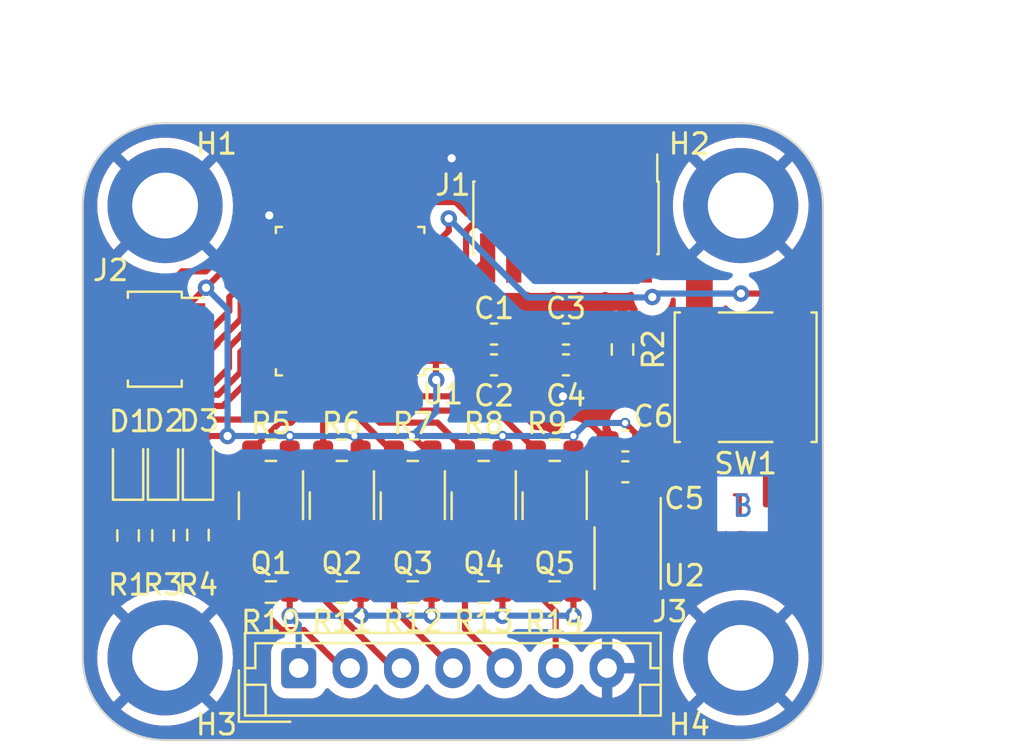
<source format=kicad_pcb>
(kicad_pcb (version 20221018) (generator pcbnew)
  (layers (0 "F.Cu" signal) (31 "B.Cu" signal) (34 "B.Paste" user) (35 "F.Paste" user) (36 "B.SilkS" user "B.Silkscreen") (37 "F.SilkS" user "F.Silkscreen") (38 "B.Mask" user) (39 "F.Mask" user) (44 "Edge.Cuts" user))
  (net 0 "")
  (net 1 "+5V")
  (net 2 "GND")
  (net 3 "+3.3V")
  (net 4 "Net-(D1-K)")
  (net 5 "Player1_LED")
  (net 6 "Net-(D3-K)")
  (net 7 "Status_LED")
  (net 8 "Data_Clock_SNES")
  (net 9 "Data_Latch_SNES")
  (net 10 "Net-(D2-K)")
  (net 11 "Serial_Data1_SNES")
  (net 12 "Serial_Data2_SNES")
  (net 13 "SPI_Chip_Select")
  (net 14 "Chip_Enable")
  (net 15 "SPI_Digital_Input")
  (net 16 "SPI_Clock")
  (net 18 "SPI_Digital_Output")
  (net 19 "IOBit_SNES")
  (net 20 "Data_Clock_STM32")
  (net 21 "Data_Latch_STM32")
  (net 22 "Appairing_Btn")
  (net 23 "Net-(U2-BP)")
  (net 25 "SWDIO")
  (net 26 "SWDCK")
  (net 31 "NRST")
  (net 32 "USART2_RX")
  (net 33 "USART2_TX")
  (net 34 "Serial_Data1_STM32")
  (net 35 "IOBit_STM32")
  (net 36 "Serial_Data2_STM32")
  (footprint "Package_TO_SOT_SMD:SOT-23" (layer "F.Cu") (at 120.95 92.6 -90)
    (fp_text reference "Q5" (at 2.8 0) (layer "F.SilkS"))
    (fp_text value "2N7002")
    (pad "1" smd roundrect (at -0.9375 -0.95 270) (size 1.475 0.6) (layers "F.Cu" "F.Paste" "F.Mask") (net 3 "+3.3V"))
    (pad "2" smd roundrect (at -0.9375 0.95 270) (size 1.475 0.6) (layers "F.Cu" "F.Paste" "F.Mask") (net 35 "IOBit_STM32"))
    (pad "3" smd roundrect (at 0.9375 0 270) (size 1.475 0.6) (layers "F.Cu" "F.Paste" "F.Mask") (net 19 "IOBit_SNES"))
  )
  (footprint "Connector_JST:JST_EH_B7B-EH-A_1x07_P2.50mm_Vertical" (layer "F.Cu") (at 108.5 100.5)
    (fp_text reference "J3" (at 18.05 -2.75) (layer "F.SilkS"))
    (fp_text value "Conn_01x07_Socket")
    (pad "1" thru_hole roundrect (at 0 0) (size 1.7 1.95) (drill 0.95) (layers "*.Cu" "*.Mask") (roundrect_rratio 0.147059) (net 1 "+5V"))
    (pad "2" thru_hole oval (at 2.5 0) (size 1.7 1.95) (drill 0.95) (layers "*.Cu" "*.Mask") (net 8 "Data_Clock_SNES"))
    (pad "3" thru_hole oval (at 5 0) (size 1.7 1.95) (drill 0.95) (layers "*.Cu" "*.Mask") (net 9 "Data_Latch_SNES"))
    (pad "4" thru_hole oval (at 7.5 0) (size 1.7 1.95) (drill 0.95) (layers "*.Cu" "*.Mask") (net 11 "Serial_Data1_SNES"))
    (pad "5" thru_hole oval (at 10 0) (size 1.7 1.95) (drill 0.95) (layers "*.Cu" "*.Mask") (net 12 "Serial_Data2_SNES"))
    (pad "6" thru_hole oval (at 12.5 0) (size 1.7 1.95) (drill 0.95) (layers "*.Cu" "*.Mask") (net 19 "IOBit_SNES"))
    (pad "7" thru_hole oval (at 15 0) (size 1.7 1.95) (drill 0.95) (layers "*.Cu" "*.Mask") (net 2 "GND"))
  )
  (footprint "Capacitor_SMD:C_0603_1608Metric_Pad1.08x0.95mm_HandSolder" (layer "F.Cu") (at 124.3875 89.45 180)
    (fp_text reference "C6" (at -1.3625 1.2 180) (layer "F.SilkS"))
    (fp_text value "2.2u")
    (pad "1" smd roundrect (at -0.8625 0 180) (size 1.075 0.95) (layers "F.Cu" "F.Paste" "F.Mask") (net 3 "+3.3V"))
    (pad "2" smd roundrect (at 0.8625 0 180) (size 1.075 0.95) (layers "F.Cu" "F.Paste" "F.Mask") (net 2 "GND"))
  )
  (footprint "Diode_SMD:D_0603_1608Metric_Pad1.05x0.95mm_HandSolder" (layer "F.Cu") (at 101.9 90.65 90)
    (fp_text reference "D2" (at 2.175 0.05) (layer "F.SilkS"))
    (fp_text value "LED_Small")
    (pad "1" smd roundrect (at -0.875 0 90) (size 1.05 0.95) (layers "F.Cu" "F.Paste" "F.Mask") (net 10 "Net-(D2-K)"))
    (pad "2" smd roundrect (at 0.875 0 90) (size 1.05 0.95) (layers "F.Cu" "F.Paste" "F.Mask") (net 7 "Status_LED"))
  )
  (footprint "MountingHole:MountingHole_3.2mm_M3_DIN965_Pad" (layer "F.Cu") (at 130 78)
    (fp_text reference "H2" (at -2.5 -3) (layer "F.SilkS"))
    (fp_text value "MountingHole_Pad")
    (pad "1" thru_hole circle (at 0 0) (size 5.6 5.6) (drill 3.2) (layers "*.Cu" "*.Mask") (net 2 "GND"))
  )
  (footprint "Resistor_SMD:R_0603_1608Metric_Pad0.98x0.95mm_HandSolder" (layer "F.Cu") (at 101.9 94.05 -90)
    (fp_text reference "R3" (at 2.4 0) (layer "F.SilkS"))
    (fp_text value "1k")
    (pad "1" smd roundrect (at -0.9125 0 270) (size 0.975 0.95) (layers "F.Cu" "F.Paste" "F.Mask") (net 10 "Net-(D2-K)"))
    (pad "2" smd roundrect (at 0.9125 0 270) (size 0.975 0.95) (layers "F.Cu" "F.Paste" "F.Mask") (net 2 "GND"))
  )
  (footprint "Resistor_SMD:R_0603_1608Metric_Pad0.98x0.95mm_HandSolder" (layer "F.Cu") (at 120.95 96.8 180)
    (fp_text reference "R14" (at 0 -1.43) (layer "F.SilkS"))
    (fp_text value "10k")
    (pad "1" smd roundrect (at -0.9125 0 180) (size 0.975 0.95) (layers "F.Cu" "F.Paste" "F.Mask") (net 1 "+5V"))
    (pad "2" smd roundrect (at 0.9125 0 180) (size 0.975 0.95) (layers "F.Cu" "F.Paste" "F.Mask") (net 19 "IOBit_SNES"))
  )
  (footprint "Capacitor_SMD:C_0603_1608Metric_Pad1.08x0.95mm_HandSolder" (layer "F.Cu") (at 118 85.75)
    (fp_text reference "C2" (at 0 1.5) (layer "F.SilkS"))
    (fp_text value "100n")
    (pad "1" smd roundrect (at -0.8625 0) (size 1.075 0.95) (layers "F.Cu" "F.Paste" "F.Mask") (net 3 "+3.3V"))
    (pad "2" smd roundrect (at 0.8625 0) (size 1.075 0.95) (layers "F.Cu" "F.Paste" "F.Mask") (net 2 "GND"))
  )
  (footprint "Package_TO_SOT_SMD:SOT-23" (layer "F.Cu") (at 107.15 92.6 -90)
    (fp_text reference "Q1" (at 2.8 0) (layer "F.SilkS"))
    (fp_text value "2N7002")
    (pad "1" smd roundrect (at -0.9375 -0.95 270) (size 1.475 0.6) (layers "F.Cu" "F.Paste" "F.Mask") (net 3 "+3.3V"))
    (pad "2" smd roundrect (at -0.9375 0.95 270) (size 1.475 0.6) (layers "F.Cu" "F.Paste" "F.Mask") (net 20 "Data_Clock_STM32"))
    (pad "3" smd roundrect (at 0.9375 0 270) (size 1.475 0.6) (layers "F.Cu" "F.Paste" "F.Mask") (net 8 "Data_Clock_SNES"))
  )
  (footprint "Diode_SMD:D_0603_1608Metric_Pad1.05x0.95mm_HandSolder" (layer "F.Cu") (at 100.2 90.65 90)
    (fp_text reference "D1" (at 2.15 0.05) (layer "F.SilkS"))
    (fp_text value "LED_Small")
    (pad "1" smd roundrect (at -0.875 0 90) (size 1.05 0.95) (layers "F.Cu" "F.Paste" "F.Mask") (net 4 "Net-(D1-K)"))
    (pad "2" smd roundrect (at 0.875 0 90) (size 1.05 0.95) (layers "F.Cu" "F.Paste" "F.Mask") (net 5 "Player1_LED"))
  )
  (footprint "Resistor_SMD:R_0603_1608Metric_Pad0.98x0.95mm_HandSolder" (layer "F.Cu") (at 110.6 89.9 180)
    (fp_text reference "R6" (at 0 1.3) (layer "F.SilkS"))
    (fp_text value "10k")
    (pad "1" smd roundrect (at -0.9125 0 180) (size 0.975 0.95) (layers "F.Cu" "F.Paste" "F.Mask") (net 3 "+3.3V"))
    (pad "2" smd roundrect (at 0.9125 0 180) (size 0.975 0.95) (layers "F.Cu" "F.Paste" "F.Mask") (net 21 "Data_Latch_STM32"))
  )
  (footprint "Resistor_SMD:R_0603_1608Metric_Pad0.98x0.95mm_HandSolder" (layer "F.Cu") (at 107.15 89.9 180)
    (fp_text reference "R5" (at 0 1.3) (layer "F.SilkS"))
    (fp_text value "10k")
    (pad "1" smd roundrect (at -0.9125 0 180) (size 0.975 0.95) (layers "F.Cu" "F.Paste" "F.Mask") (net 3 "+3.3V"))
    (pad "2" smd roundrect (at 0.9125 0 180) (size 0.975 0.95) (layers "F.Cu" "F.Paste" "F.Mask") (net 20 "Data_Clock_STM32"))
  )
  (footprint "MountingHole:MountingHole_3.2mm_M3_DIN965_Pad" (layer "F.Cu") (at 130 100)
    (fp_text reference "H4" (at -2.5 3.25) (layer "F.SilkS"))
    (fp_text value "MountingHole_Pad")
    (pad "1" thru_hole circle (at 0 0) (size 5.6 5.6) (drill 3.2) (layers "*.Cu" "*.Mask") (net 2 "GND"))
  )
  (footprint "Capacitor_SMD:C_0603_1608Metric_Pad1.08x0.95mm_HandSolder" (layer "F.Cu") (at 124.3875 90.95)
    (fp_text reference "C5" (at 2.8625 1.3) (layer "F.SilkS"))
    (fp_text value "470p")
    (pad "1" smd roundrect (at -0.8625 0) (size 1.075 0.95) (layers "F.Cu" "F.Paste" "F.Mask") (net 23 "Net-(U2-BP)"))
    (pad "2" smd roundrect (at 0.8625 0) (size 1.075 0.95) (layers "F.Cu" "F.Paste" "F.Mask") (net 2 "GND"))
  )
  (footprint "Package_SO:MSOP-8_3x3mm_P0.65mm" (layer "F.Cu") (at 124.5 95.15 -90)
    (fp_text reference "U2" (at 0.85 -2.75 180) (layer "F.SilkS"))
    (fp_text value "MIC5219-3.3YMM")
    (pad "1" smd roundrect (at -2.1125 -0.975 270) (size 1.625 0.4) (layers "F.Cu" "F.Paste" "F.Mask"))
    (pad "2" smd roundrect (at -2.1125 -0.325 270) (size 1.625 0.4) (layers "F.Cu" "F.Paste" "F.Mask") (net 1 "+5V"))
    (pad "3" smd roundrect (at -2.1125 0.325 270) (size 1.625 0.4) (layers "F.Cu" "F.Paste" "F.Mask") (net 3 "+3.3V"))
    (pad "4" smd roundrect (at -2.1125 0.975 270) (size 1.625 0.4) (layers "F.Cu" "F.Paste" "F.Mask") (net 23 "Net-(U2-BP)"))
    (pad "5" smd roundrect (at 2.1125 0.975 270) (size 1.625 0.4) (layers "F.Cu" "F.Paste" "F.Mask") (net 2 "GND"))
    (pad "6" smd roundrect (at 2.1125 0.325 270) (size 1.625 0.4) (layers "F.Cu" "F.Paste" "F.Mask") (net 2 "GND"))
    (pad "7" smd roundrect (at 2.1125 -0.325 270) (size 1.625 0.4) (layers "F.Cu" "F.Paste" "F.Mask") (net 2 "GND"))
    (pad "8" smd roundrect (at 2.1125 -0.975 270) (size 1.625 0.4) (layers "F.Cu" "F.Paste" "F.Mask") (net 2 "GND"))
  )
  (footprint "Resistor_SMD:R_0603_1608Metric_Pad0.98x0.95mm_HandSolder" (layer "F.Cu") (at 103.6 94.025 -90)
    (fp_text reference "R4" (at 2.425 0) (layer "F.SilkS"))
    (fp_text value "1k")
    (pad "1" smd roundrect (at -0.9125 0 270) (size 0.975 0.95) (layers "F.Cu" "F.Paste" "F.Mask") (net 6 "Net-(D3-K)"))
    (pad "2" smd roundrect (at 0.9125 0 270) (size 0.975 0.95) (layers "F.Cu" "F.Paste" "F.Mask") (net 2 "GND"))
  )
  (footprint "Package_QFP:LQFP-32_7x7mm_P0.8mm" (layer "F.Cu") (at 111 82.65 180)
    (fp_text reference "U1" (at -4.5 -4.5) (layer "F.SilkS"))
    (fp_text value "STM32L412KBTx")
    (pad "1" smd roundrect (at -4.175 -2.8 180) (size 1.5 0.5) (layers "F.Cu" "F.Paste" "F.Mask") (net 3 "+3.3V"))
    (pad "2" smd roundrect (at -4.175 -2 180) (size 1.5 0.5) (layers "F.Cu" "F.Paste" "F.Mask"))
    (pad "3" smd roundrect (at -4.175 -1.2 180) (size 1.5 0.5) (layers "F.Cu" "F.Paste" "F.Mask"))
    (pad "4" smd roundrect (at -4.175 -0.4 180) (size 1.5 0.5) (layers "F.Cu" "F.Paste" "F.Mask") (net 31 "NRST"))
    (pad "5" smd roundrect (at -4.175 0.4 180) (size 1.5 0.5) (layers "F.Cu" "F.Paste" "F.Mask") (net 3 "+3.3V"))
    (pad "6" smd roundrect (at -4.175 1.2 180) (size 1.5 0.5) (layers "F.Cu" "F.Paste" "F.Mask") (net 33 "USART2_TX"))
    (pad "7" smd roundrect (at -4.175 2 180) (size 1.5 0.5) (layers "F.Cu" "F.Paste" "F.Mask") (net 32 "USART2_RX"))
    (pad "8" smd roundrect (at -4.175 2.8 180) (size 1.5 0.5) (layers "F.Cu" "F.Paste" "F.Mask") (net 22 "Appairing_Btn"))
    (pad "9" smd roundrect (at -2.8 4.175 180) (size 0.5 1.5) (layers "F.Cu" "F.Paste" "F.Mask") (net 25 "SWDIO"))
    (pad "10" smd roundrect (at -2 4.175 180) (size 0.5 1.5) (layers "F.Cu" "F.Paste" "F.Mask") (net 26 "SWDCK"))
    (pad "11" smd roundrect (at -1.2 4.175 180) (size 0.5 1.5) (layers "F.Cu" "F.Paste" "F.Mask"))
    (pad "12" smd roundrect (at -0.4 4.175 180) (size 0.5 1.5) (layers "F.Cu" "F.Paste" "F.Mask"))
    (pad "13" smd roundrect (at 0.4 4.175 180) (size 0.5 1.5) (layers "F.Cu" "F.Paste" "F.Mask"))
    (pad "14" smd roundrect (at 1.2 4.175 180) (size 0.5 1.5) (layers "F.Cu" "F.Paste" "F.Mask"))
    (pad "15" smd roundrect (at 2 4.175 180) (size 0.5 1.5) (layers "F.Cu" "F.Paste" "F.Mask") (net 14 "Chip_Enable"))
    (pad "16" smd roundrect (at 2.8 4.175 180) (size 0.5 1.5) (layers "F.Cu" "F.Paste" "F.Mask") (net 2 "GND"))
    (pad "17" smd roundrect (at 4.175 2.8 180) (size 1.5 0.5) (layers "F.Cu" "F.Paste" "F.Mask") (net 3 "+3.3V"))
    (pad "18" smd roundrect (at 4.175 2 180) (size 1.5 0.5) (layers "F.Cu" "F.Paste" "F.Mask"))
    (pad "19" smd roundrect (at 4.175 1.2 180) (size 1.5 0.5) (layers "F.Cu" "F.Paste" "F.Mask") (net 13 "SPI_Chip_Select"))
    (pad "20" smd roundrect (at 4.175 0.4 180) (size 1.5 0.5) (layers "F.Cu" "F.Paste" "F.Mask") (net 15 "SPI_Digital_Input"))
    (pad "21" smd roundrect (at 4.175 -0.4 180) (size 1.5 0.5) (layers "F.Cu" "F.Paste" "F.Mask"))
    (pad "22" smd roundrect (at 4.175 -1.2 180) (size 1.5 0.5) (layers "F.Cu" "F.Paste" "F.Mask") (net 16 "SPI_Clock"))
    (pad "23" smd roundrect (at 4.175 -2 180) (size 1.5 0.5) (layers "F.Cu" "F.Paste" "F.Mask") (net 18 "SPI_Digital_Output"))
    (pad "24" smd roundrect (at 4.175 -2.8 180) (size 1.5 0.5) (layers "F.Cu" "F.Paste" "F.Mask") (net 5 "Player1_LED"))
    (pad "25" smd roundrect (at 2.8 -4.175 180) (size 0.5 1.5) (layers "F.Cu" "F.Paste" "F.Mask") (net 7 "Status_LED"))
    (pad "26" smd roundrect (at 2 -4.175 180) (size 0.5 1.5) (layers "F.Cu" "F.Paste" "F.Mask") (net 20 "Data_Clock_STM32"))
    (pad "27" smd roundrect (at 1.2 -4.175 180) (size 0.5 1.5) (layers "F.Cu" "F.Paste" "F.Mask") (net 21 "Data_Latch_STM32"))
    (pad "28" smd roundrect (at 0.4 -4.175 180) (size 0.5 1.5) (layers "F.Cu" "F.Paste" "F.Mask") (net 34 "Serial_Data1_STM32"))
    (pad "29" smd roundrect (at -0.4 -4.175 180) (size 0.5 1.5) (layers "F.Cu" "F.Paste" "F.Mask") (net 36 "Serial_Data2_STM32"))
    (pad "30" smd roundrect (at -1.2 -4.175 180) (size 0.5 1.5) (layers "F.Cu" "F.Paste" "F.Mask") (net 35 "IOBit_STM32"))
    (pad "31" smd roundrect (at -2 -4.175 180) (size 0.5 1.5) (layers "F.Cu" "F.Paste" "F.Mask"))
    (pad "32" smd roundrect (at -2.8 -4.175 180) (size 0.5 1.5) (layers "F.Cu" "F.Paste" "F.Mask") (net 2 "GND"))
  )
  (footprint "MountingHole:MountingHole_3.2mm_M3_DIN965_Pad" (layer "F.Cu") (at 102 78)
    (fp_text reference "H1" (at 2.5 -3) (layer "F.SilkS"))
    (fp_text value "MountingHole_Pad")
    (pad "1" thru_hole circle (at 0 0) (size 5.6 5.6) (drill 3.2) (layers "*.Cu" "*.Mask") (net 2 "GND"))
  )
  (footprint "Connector_PinSocket_1.00mm:PinSocket_2x04_P1.00mm_Vertical_SMD" (layer "F.Cu") (at 101.5 84.5)
    (fp_text reference "J2" (at -2.15 -3.35) (layer "F.SilkS"))
    (fp_text value "Conn_01x08_Socket")
    (pad "1" smd rect (at 1.525 -1.5) (size 1.85 0.5) (layers "F.Cu" "F.Paste" "F.Mask") (net 3 "+3.3V"))
    (pad "2" smd rect (at -1.525 -1.5) (size 1.85 0.5) (layers "F.Cu" "F.Paste" "F.Mask") (net 2 "GND"))
    (pad "3" smd rect (at 1.525 -0.5) (size 1.85 0.5) (layers "F.Cu" "F.Paste" "F.Mask") (net 13 "SPI_Chip_Select"))
    (pad "4" smd rect (at -1.525 -0.5) (size 1.85 0.5) (layers "F.Cu" "F.Paste" "F.Mask") (net 14 "Chip_Enable"))
    (pad "5" smd rect (at 1.525 0.5) (size 1.85 0.5) (layers "F.Cu" "F.Paste" "F.Mask") (net 15 "SPI_Digital_Input"))
    (pad "6" smd rect (at -1.525 0.5) (size 1.85 0.5) (layers "F.Cu" "F.Paste" "F.Mask") (net 16 "SPI_Clock"))
    (pad "7" smd rect (at 1.525 1.5) (size 1.85 0.5) (layers "F.Cu" "F.Paste" "F.Mask"))
    (pad "8" smd rect (at -1.525 1.5) (size 1.85 0.5) (layers "F.Cu" "F.Paste" "F.Mask") (net 18 "SPI_Digital_Output"))
  )
  (footprint "Resistor_SMD:R_0603_1608Metric_Pad0.98x0.95mm_HandSolder" (layer "F.Cu") (at 107.15 96.8 180)
    (fp_text reference "R10" (at 0 -1.43) (layer "F.SilkS"))
    (fp_text value "10k")
    (pad "1" smd roundrect (at -0.9125 0 180) (size 0.975 0.95) (layers "F.Cu" "F.Paste" "F.Mask") (net 1 "+5V"))
    (pad "2" smd roundrect (at 0.9125 0 180) (size 0.975 0.95) (layers "F.Cu" "F.Paste" "F.Mask") (net 8 "Data_Clock_SNES"))
  )
  (footprint "Resistor_SMD:R_0603_1608Metric_Pad0.98x0.95mm_HandSolder" (layer "F.Cu") (at 120.95 89.9 180)
    (fp_text reference "R9" (at 0.375 1.3) (layer "F.SilkS"))
    (fp_text value "10k")
    (pad "1" smd roundrect (at -0.9125 0 180) (size 0.975 0.95) (layers "F.Cu" "F.Paste" "F.Mask") (net 3 "+3.3V"))
    (pad "2" smd roundrect (at 0.9125 0 180) (size 0.975 0.95) (layers "F.Cu" "F.Paste" "F.Mask") (net 35 "IOBit_STM32"))
  )
  (footprint "MountingHole:MountingHole_3.2mm_M3_DIN965_Pad" (layer "F.Cu") (at 102 100)
    (fp_text reference "H3" (at 2.5 3.25) (layer "F.SilkS"))
    (fp_text value "MountingHole_Pad")
    (pad "1" thru_hole circle (at 0 0) (size 5.6 5.6) (drill 3.2) (layers "*.Cu" "*.Mask") (net 2 "GND"))
  )
  (footprint "Capacitor_SMD:C_0603_1608Metric_Pad1.08x0.95mm_HandSolder" (layer "F.Cu") (at 121.5 84.25)
    (fp_text reference "C3" (at 0 -1.25 180) (layer "F.SilkS"))
    (fp_text value "100n")
    (pad "1" smd roundrect (at -0.8625 0) (size 1.075 0.95) (layers "F.Cu" "F.Paste" "F.Mask") (net 3 "+3.3V"))
    (pad "2" smd roundrect (at 0.8625 0) (size 1.075 0.95) (layers "F.Cu" "F.Paste" "F.Mask") (net 2 "GND"))
  )
  (footprint "Diode_SMD:D_0603_1608Metric_Pad1.05x0.95mm_HandSolder" (layer "F.Cu") (at 103.6 90.65 90)
    (fp_text reference "D3" (at 2.175 0.05) (layer "F.SilkS"))
    (fp_text value "LED")
    (pad "1" smd roundrect (at -0.875 0 90) (size 1.05 0.95) (layers "F.Cu" "F.Paste" "F.Mask") (net 6 "Net-(D3-K)"))
    (pad "2" smd roundrect (at 0.875 0 90) (size 1.05 0.95) (layers "F.Cu" "F.Paste" "F.Mask") (net 3 "+3.3V"))
  )
  (footprint "Resistor_SMD:R_0603_1608Metric_Pad0.98x0.95mm_HandSolder" (layer "F.Cu") (at 114.05 89.9 180)
    (fp_text reference "R7" (at 0 1.3) (layer "F.SilkS"))
    (fp_text value "10k")
    (pad "1" smd roundrect (at -0.9125 0 180) (size 0.975 0.95) (layers "F.Cu" "F.Paste" "F.Mask") (net 3 "+3.3V"))
    (pad "2" smd roundrect (at 0.9125 0 180) (size 0.975 0.95) (layers "F.Cu" "F.Paste" "F.Mask") (net 34 "Serial_Data1_STM32"))
  )
  (footprint "Package_TO_SOT_SMD:SOT-23" (layer "F.Cu") (at 110.6 92.6 -90)
    (fp_text reference "Q2" (at 2.8 0) (layer "F.SilkS"))
    (fp_text value "2N7002")
    (pad "1" smd roundrect (at -0.9375 -0.95 270) (size 1.475 0.6) (layers "F.Cu" "F.Paste" "F.Mask") (net 3 "+3.3V"))
    (pad "2" smd roundrect (at -0.9375 0.95 270) (size 1.475 0.6) (layers "F.Cu" "F.Paste" "F.Mask") (net 21 "Data_Latch_STM32"))
    (pad "3" smd roundrect (at 0.9375 0 270) (size 1.475 0.6) (layers "F.Cu" "F.Paste" "F.Mask") (net 9 "Data_Latch_SNES"))
  )
  (footprint "Resistor_SMD:R_0603_1608Metric_Pad0.98x0.95mm_HandSolder" (layer "F.Cu") (at 114.05 96.8 180)
    (fp_text reference "R12" (at 0 -1.43) (layer "F.SilkS"))
    (fp_text value "10k")
    (pad "1" smd roundrect (at -0.9125 0 180) (size 0.975 0.95) (layers "F.Cu" "F.Paste" "F.Mask") (net 1 "+5V"))
    (pad "2" smd roundrect (at 0.9125 0 180) (size 0.975 0.95) (layers "F.Cu" "F.Paste" "F.Mask") (net 11 "Serial_Data1_SNES"))
  )
  (footprint "Resistor_SMD:R_0603_1608Metric_Pad0.98x0.95mm_HandSolder" (layer "F.Cu") (at 100.2 94.05 -90)
    (fp_text reference "R1" (at 2.4 0) (layer "F.SilkS"))
    (fp_text value "1k")
    (pad "1" smd roundrect (at -0.9125 0 270) (size 0.975 0.95) (layers "F.Cu" "F.Paste" "F.Mask") (net 4 "Net-(D1-K)"))
    (pad "2" smd roundrect (at 0.9125 0 270) (size 0.975 0.95) (layers "F.Cu" "F.Paste" "F.Mask") (net 2 "GND"))
  )
  (footprint "Capacitor_SMD:C_0603_1608Metric_Pad1.08x0.95mm_HandSolder" (layer "F.Cu") (at 121.5 85.75)
    (fp_text reference "C4" (at 0 1.5 180) (layer "F.SilkS"))
    (fp_text value "100n")
    (pad "1" smd roundrect (at -0.8625 0) (size 1.075 0.95) (layers "F.Cu" "F.Paste" "F.Mask") (net 3 "+3.3V"))
    (pad "2" smd roundrect (at 0.8625 0) (size 1.075 0.95) (layers "F.Cu" "F.Paste" "F.Mask") (net 2 "GND"))
  )
  (footprint "Button_Switch_SMD:SW_SPST_B3S-1000" (layer "F.Cu") (at 130.24 86.35 -90)
    (fp_text reference "SW1" (at 4.2 0) (layer "F.SilkS"))
    (fp_text value "SW_SPST")
    (pad "1" smd rect (at -3.975 -2.25 270) (size 1.55 1.3) (layers "F.Cu" "F.Paste" "F.Mask") (net 22 "Appairing_Btn"))
    (pad "1" smd rect (at 3.975 -2.25 270) (size 1.55 1.3) (layers "F.Cu" "F.Paste" "F.Mask") (net 22 "Appairing_Btn"))
    (pad "2" smd rect (at -3.975 2.25 270) (size 1.55 1.3) (layers "F.Cu" "F.Paste" "F.Mask") (net 3 "+3.3V"))
    (pad "2" smd rect (at 3.975 2.25 270) (size 1.55 1.3) (layers "F.Cu" "F.Paste" "F.Mask") (net 3 "+3.3V"))
  )
  (footprint "Package_TO_SOT_SMD:SOT-23" (layer "F.Cu") (at 117.5 92.6 -90)
    (fp_text reference "Q4" (at 2.8 0) (layer "F.SilkS"))
    (fp_text value "2N7002")
    (pad "1" smd roundrect (at -0.9375 -0.95 270) (size 1.475 0.6) (layers "F.Cu" "F.Paste" "F.Mask") (net 3 "+3.3V"))
    (pad "2" smd roundrect (at -0.9375 0.95 270) (size 1.475 0.6) (layers "F.Cu" "F.Paste" "F.Mask") (net 36 "Serial_Data2_STM32"))
    (pad "3" smd roundrect (at 0.9375 0 270) (size 1.475 0.6) (layers "F.Cu" "F.Paste" "F.Mask") (net 12 "Serial_Data2_SNES"))
  )
  (footprint "Resistor_SMD:R_0603_1608Metric_Pad0.98x0.95mm_HandSolder" (layer "F.Cu") (at 117.5 89.9 180)
    (fp_text reference "R8" (at 0 1.3) (layer "F.SilkS"))
    (fp_text value "10k")
    (pad "1" smd roundrect (at -0.9125 0 180) (size 0.975 0.95) (layers "F.Cu" "F.Paste" "F.Mask") (net 3 "+3.3V"))
    (pad "2" smd roundrect (at 0.9125 0 180) (size 0.975 0.95) (layers "F.Cu" "F.Paste" "F.Mask") (net 36 "Serial_Data2_STM32"))
  )
  (footprint "Resistor_SMD:R_0603_1608Metric_Pad0.98x0.95mm_HandSolder" (layer "F.Cu") (at 117.5 96.8 180)
    (fp_text reference "R13" (at 0 -1.43) (layer "F.SilkS"))
    (fp_text value "10k")
    (pad "1" smd roundrect (at -0.9125 0 180) (size 0.975 0.95) (layers "F.Cu" "F.Paste" "F.Mask") (net 1 "+5V"))
    (pad "2" smd roundrect (at 0.9125 0 180) (size 0.975 0.95) (layers "F.Cu" "F.Paste" "F.Mask") (net 12 "Serial_Data2_SNES"))
  )
  (footprint "Resistor_SMD:R_0603_1608Metric_Pad0.98x0.95mm_HandSolder" (layer "F.Cu") (at 110.6 96.8 180)
    (fp_text reference "R11" (at 0 -1.43) (layer "F.SilkS"))
    (fp_text value "10k")
    (pad "1" smd roundrect (at -0.9125 0 180) (size 0.975 0.95) (layers "F.Cu" "F.Paste" "F.Mask") (net 1 "+5V"))
    (pad "2" smd roundrect (at 0.9125 0 180) (size 0.975 0.95) (layers "F.Cu" "F.Paste" "F.Mask") (net 9 "Data_Latch_SNES"))
  )
  (footprint "Capacitor_SMD:C_0603_1608Metric_Pad1.08x0.95mm_HandSolder" (layer "F.Cu") (at 118 84.25 180)
    (fp_text reference "C1" (at 0 1.25 180) (layer "F.SilkS"))
    (fp_text value "100n")
    (pad "1" smd roundrect (at -0.8625 0 180) (size 1.075 0.95) (layers "F.Cu" "F.Paste" "F.Mask") (net 2 "GND"))
    (pad "2" smd roundrect (at 0.8625 0 180) (size 1.075 0.95) (layers "F.Cu" "F.Paste" "F.Mask") (net 31 "NRST"))
  )
  (footprint "Package_TO_SOT_SMD:SOT-23" (layer "F.Cu") (at 114.05 92.6 -90)
    (fp_text reference "Q3" (at 2.8 0) (layer "F.SilkS"))
    (fp_text value "2N7002")
    (pad "1" smd roundrect (at -0.9375 -0.95 270) (size 1.475 0.6) (layers "F.Cu" "F.Paste" "F.Mask") (net 3 "+3.3V"))
    (pad "2" smd roundrect (at -0.9375 0.95 270) (size 1.475 0.6) (layers "F.Cu" "F.Paste" "F.Mask") (net 34 "Serial_Data1_STM32"))
    (pad "3" smd roundrect (at 0.9375 0 270) (size 1.475 0.6) (layers "F.Cu" "F.Paste" "F.Mask") (net 11 "Serial_Data1_SNES"))
  )
  (footprint "Connector_PinHeader_1.27mm:PinHeader_2x07_P1.27mm_Vertical_SMD" (layer "F.Cu") (at 121.5 78.6 -90)
    (fp_text reference "J1" (at -1.6 5.5 -180) (layer "F.SilkS"))
    (fp_text value "Conn_02x07_Odd_Even")
    (pad "1" smd rect (at -1.95 -3.81 270) (size 2.4 0.74) (layers "F.Cu" "F.Paste" "F.Mask"))
    (pad "2" smd rect (at 1.95 -3.81 270) (size 2.4 0.74) (layers "F.Cu" "F.Paste" "F.Mask"))
    (pad "3" smd rect (at -1.95 -2.54 270) (size 2.4 0.74) (layers "F.Cu" "F.Paste" "F.Mask") (net 3 "+3.3V"))
    (pad "4" smd rect (at 1.95 -2.54 270) (size 2.4 0.74) (layers "F.Cu" "F.Paste" "F.Mask"))
    (pad "5" smd rect (at -1.95 -1.27 270) (size 2.4 0.74) (layers "F.Cu" "F.Paste" "F.Mask") (net 2 "GND"))
    (pad "6" smd rect (at 1.95 -1.27 270) (size 2.4 0.74) (layers "F.Cu" "F.Paste" "F.Mask"))
    (pad "7" smd rect (at -1.95 0 270) (size 2.4 0.74) (layers "F.Cu" "F.Paste" "F.Mask") (net 2 "GND"))
    (pad "8" smd rect (at 1.95 0 270) (size 2.4 0.74) (layers "F.Cu" "F.Paste" "F.Mask"))
    (pad "9" smd rect (at -1.95 1.27 270) (size 2.4 0.74) (layers "F.Cu" "F.Paste" "F.Mask") (net 25 "SWDIO"))
    (pad "10" smd rect (at 1.95 1.27 270) (size 2.4 0.74) (layers "F.Cu" "F.Paste" "F.Mask") (net 31 "NRST"))
    (pad "11" smd rect (at -1.95 2.54 270) (size 2.4 0.74) (layers "F.Cu" "F.Paste" "F.Mask") (net 2 "GND"))
    (pad "12" smd rect (at 1.95 2.54 270) (size 2.4 0.74) (layers "F.Cu" "F.Paste" "F.Mask") (net 32 "USART2_RX"))
    (pad "13" smd rect (at -1.95 3.81 270) (size 2.4 0.74) (layers "F.Cu" "F.Paste" "F.Mask") (net 26 "SWDCK"))
    (pad "14" smd rect (at 1.95 3.81 270) (size 2.4 0.74) (layers "F.Cu" "F.Paste" "F.Mask") (net 33 "USART2_TX"))
  )
  (footprint "Resistor_SMD:R_0603_1608Metric_Pad0.98x0.95mm_HandSolder" (layer "F.Cu") (at 124.25 85 90)
    (fp_text reference "R2" (at 0 1.5 90) (layer "F.SilkS"))
    (fp_text value "10k")
    (pad "1" smd roundrect (at -0.9125 0 90) (size 0.975 0.95) (layers "F.Cu" "F.Paste" "F.Mask") (net 22 "Appairing_Btn"))
    (pad "2" smd roundrect (at 0.9125 0 90) (size 0.975 0.95) (layers "F.Cu" "F.Paste" "F.Mask") (net 2 "GND"))
  )
  (gr_line (start 134 78) (end 134 100) (stroke (width 0.1)) (layer "Edge.Cuts"))
  (gr_arc (start 102 104) (mid 99.171573 102.828427) (end 98 100) (stroke (width 0.1)) (layer "Edge.Cuts"))
  (gr_line (start 98 100) (end 98 78) (stroke (width 0.1)) (layer "Edge.Cuts"))
  (gr_arc (start 134 100) (mid 132.828427 102.828427) (end 130 104) (stroke (width 0.1)) (layer "Edge.Cuts"))
  (gr_arc (start 130 74) (mid 132.828427 75.171573) (end 134 78) (stroke (width 0.1)) (layer "Edge.Cuts"))
  (gr_arc (start 98 78) (mid 99.171573 75.171573) (end 102 74) (stroke (width 0.1)) (layer "Edge.Cuts"))
  (gr_line (start 130 104) (end 102 104) (stroke (width 0.1)) (layer "Edge.Cuts"))
  (gr_line (start 102 74) (end 130 74) (stroke (width 0.1)) (layer "Edge.Cuts"))
  (gr_text "Plug_Ex" (at 127 94.7) (layer "F.Cu") (effects (font (size 1 1)) (justify left bottom)))
  (gr_text "T" (at 129.5 93.2) (layer "F.Cu") (effects (font (size 1 1)) (justify left bottom)))
  (gr_text "B" (at 129.5 93.2) (layer "B.Cu") (effects (font (size 1 1)) (justify left bottom)))
  (segment (start 111.5125 96.8) (end 111.5125 97.95) (width 0.3) (layer "F.Cu") (net 1))
  (segment (start 118.4125 96.8) (end 118.4125 97.95) (width 0.3) (layer "F.Cu") (net 1))
  (segment (start 124.825 93.907107) (end 121.932107 96.8) (width 0.3) (layer "F.Cu") (net 1))
  (segment (start 114.9625 96.8) (end 114.9625 97.95) (width 0.3) (layer "F.Cu") (net 1))
  (segment (start 124.825 93.0375) (end 124.825 93.907107) (width 0.3) (layer "F.Cu") (net 1))
  (segment (start 121.932107 96.8) (end 121.8625 96.8) (width 0.3) (layer "F.Cu") (net 1))
  (segment (start 108.0625 96.8) (end 108.0625 97.95) (width 0.3) (layer "F.Cu") (net 1))
  (segment (start 121.8625 96.8) (end 121.8625 97.95) (width 0.3) (layer "F.Cu") (net 1))
  (via (at 114.9625 97.95) (size 0.8) (drill 0.4) (layers "F.Cu" "B.Cu") (net 1))
  (via (at 118.4125 97.95) (size 0.8) (drill 0.4) (layers "F.Cu" "B.Cu") (net 1))
  (via (at 121.8625 97.95) (size 0.8) (drill 0.4) (layers "F.Cu" "B.Cu") (net 1))
  (via (at 111.5125 97.95) (size 0.8) (drill 0.4) (layers "F.Cu" "B.Cu") (net 1))
  (via (at 108.0625 97.95) (size 0.8) (drill 0.4) (layers "F.Cu" "B.Cu") (net 1))
  (segment (start 108.0625 97.95) (end 109.24 97.95) (width 0.3) (layer "B.Cu") (net 1))
  (segment (start 108.5 98.3875) (end 108.0625 97.95) (width 0.3) (layer "B.Cu") (net 1))
  (segment (start 109.24 97.95) (end 111.5125 97.95) (width 0.3) (layer "B.Cu") (net 1))
  (segment (start 108.5 100.5) (end 108.5 98.3875) (width 0.3) (layer "B.Cu") (net 1))
  (segment (start 111.5125 97.95) (end 114.9625 97.95) (width 0.3) (layer "B.Cu") (net 1))
  (segment (start 114.9625 97.95) (end 118.4125 97.95) (width 0.3) (layer "B.Cu") (net 1))
  (segment (start 118.4125 97.95) (end 121.8625 97.95) (width 0.3) (layer "B.Cu") (net 1))
  (segment (start 118.46 75.05) (end 118.96 75.55) (width 0.3) (layer "F.Cu") (net 2))
  (segment (start 108.2 78.475) (end 107.075 78.475) (width 0.3) (layer "F.Cu") (net 2))
  (segment (start 118.96 75.55) (end 118.96 76.65) (width 0.3) (layer "F.Cu") (net 2))
  (segment (start 116.59 75.05) (end 118.46 75.05) (width 0.3) (layer "F.Cu") (net 2))
  (segment (start 125.025 90.95) (end 123.525 89.45) (width 0.3) (layer "F.Cu") (net 2))
  (segment (start 107.075 78.475) (end 107.07 78.48) (width 0.3) (layer "F.Cu") (net 2))
  (segment (start 121.355 87.28) (end 114.255 87.28) (width 0.3) (layer "F.Cu") (net 2))
  (segment (start 125.25 90.95) (end 125.025 90.95) (width 0.3) (layer "F.Cu") (net 2))
  (segment (start 115.94 75.7) (end 116.59 75.05) (width 0.3) (layer "F.Cu") (net 2))
  (segment (start 123.525 89.45) (end 121.355 87.28) (width 0.3) (layer "F.Cu") (net 2))
  (segment (start 114.255 87.28) (end 113.8 86.825) (width 0.3) (layer "F.Cu") (net 2))
  (via (at 121.355 87.28) (size 0.8) (drill 0.4) (layers "F.Cu" "B.Cu") (net 2))
  (via (at 115.94 75.7) (size 0.8) (drill 0.4) (layers "F.Cu" "B.Cu") (net 2))
  (via (at 107.07 78.48) (size 0.8) (drill 0.4) (layers "F.Cu" "B.Cu") (net 2))
  (segment (start 109.85 75.7) (end 107.07 78.48) (width 0.3) (layer "B.Cu") (net 2))
  (segment (start 115.94 75.7) (end 109.85 75.7) (width 0.3) (layer "B.Cu") (net 2))
  (segment (start 115.175 86.4655) (end 115.19 86.4805) (width 0.3) (layer "F.Cu") (net 3))
  (segment (start 125.25 89.45) (end 124.375 88.575) (width 0.3) (layer "F.Cu") (net 3))
  (segment (start 111.5125 89.5125) (end 111.21 89.21) (width 0.3) (layer "F.Cu") (net 3))
  (segment (start 126.39 90.64) (end 126.39 90.59) (width 0.3) (layer "F.Cu") (net 3))
  (segment (start 114.482538 85.45) (end 115.175 85.45) (width 0.3) (layer "F.Cu") (net 3))
  (segment (start 115 90.2375) (end 115 91.9625) (width 0.3) (layer "F.Cu") (net 3))
  (segment (start 124.04 77.75) (end 124.04 76.65) (width 0.3) (layer "F.Cu") (net 3))
  (segment (start 125.38 78.25) (end 124.54 78.25) (width 0.3) (layer "F.Cu") (net 3))
  (segment (start 125.814061 91.825) (end 126.39 91.249061) (width 0.3) (layer "F.Cu") (net 3))
  (segment (start 106.132538 79.85) (end 106.825 79.85) (width 0.3) (layer "F.Cu") (net 3))
  (segment (start 111.55 90.2375) (end 111.5125 90.2) (width 0.3) (layer "F.Cu") (net 3))
  (segment (start 114.9625 90.1625) (end 114.9625 90.2) (width 0.3) (layer "F.Cu") (net 3))
  (segment (start 108.1 91.9625) (end 108.1 90.2375) (width 0.3) (layer "F.Cu") (net 3))
  (segment (start 103.676269 82.306269) (end 106.132538 79.85) (width 0.3) (layer "F.Cu") (net 3))
  (segment (start 103.983086 81.999452) (end 103.991359 81.999452) (width 0.3) (layer "F.Cu") (net 3))
  (segment (start 124.175 92.167893) (end 124.517893 91.825) (width 0.3) (layer "F.Cu") (net 3))
  (segment (start 114.01 89.21) (end 114.9625 90.1625) (width 0.3) (layer "F.Cu") (net 3))
  (segment (start 126.39 90.59) (end 125.25 89.45) (width 0.3) (layer "F.Cu") (net 3))
  (segment (start 124.175 93.0375) (end 124.175 92.167893) (width 0.3) (layer "F.Cu") (net 3))
  (segment (start 124.54 78.25) (end 124.04 77.75) (width 0.3) (layer "F.Cu") (net 3))
  (segment (start 115.175 85.45) (end 115.175 86.4655) (width 0.3) (layer "F.Cu") (net 3))
  (segment (start 114.025 82.707538) (end 114.025 84.992462) (width 0.3) (layer "F.Cu") (net 3))
  (segment (start 126.39 91.249061) (end 126.39 90.64) (width 0.3) (layer "F.Cu") (net 3))
  (segment (start 124.517893 91.825) (end 125.814061 91.825) (width 0.3) (layer "F.Cu") (net 3))
  (segment (start 104.165 89.21) (end 103.6 89.775) (width 0.3) (layer "F.Cu") (net 3))
  (segment (start 111.55 91.9625) (end 111.55 90.2375) (width 0.3) (layer "F.Cu") (net 3))
  (segment (start 108.0625 90.2) (end 108.0625 89.21) (width 0.3) (layer "F.Cu") (net 3))
  (segment (start 127.99 90.325) (end 126.705 90.325) (width 0.3) (layer "F.Cu") (net 3))
  (segment (start 114.025 84.992462) (end 114.482538 85.45) (width 0.3) (layer "F.Cu") (net 3))
  (segment (start 127.99 82.375) (end 127.99 80.86) (width 0.3) (layer "F.Cu") (net 3))
  (segment (start 126.705 90.325) (end 126.39 90.64) (width 0.3) (layer "F.Cu") (net 3))
  (segment (start 111.5125 90.2) (end 111.5125 89.5125) (width 0.3) (layer "F.Cu") (net 3))
  (segment (start 118.4125 90.2) (end 118.4125 89.21) (width 0.3) (layer "F.Cu") (net 3))
  (segment (start 118.45 90.2375) (end 118.4125 90.2) (width 0.3) (layer "F.Cu") (net 3))
  (segment (start 103.025 83) (end 103.025 82.957538) (width 0.3) (layer "F.Cu") (net 3))
  (segment (start 114.482538 82.25) (end 114.025 82.707538) (width 0.3) (layer "F.Cu") (net 3))
  (segment (start 127.99 82.375) (end 127.99 83.45) (width 0.3) (layer "F.Cu") (net 3))
  (segment (start 121.8625 90.2) (end 121.8625 89.21) (width 0.3) (layer "F.Cu") (net 3))
  (segment (start 114.9625 90.2) (end 115 90.2375) (width 0.3) (layer "F.Cu") (net 3))
  (segment (start 121.9 91.9625) (end 121.9 90.2375) (width 0.3) (layer "F.Cu") (net 3))
  (segment (start 103.025 82.957538) (end 103.676269 82.306269) (width 0.3) (layer "F.Cu") (net 3))
  (segment (start 127.99 80.86) (end 125.38 78.25) (width 0.3) (layer "F.Cu") (net 3))
  (segment (start 127.99 90.325) (end 127.99 83.45) (width 0.3) (layer "F.Cu") (net 3))
  (segment (start 103.676269 82.306269) (end 103.983086 81.999452) (width 0.3) (layer "F.Cu") (net 3))
  (segment (start 118.45 91.9625) (end 118.45 90.2375) (width 0.3) (layer "F.Cu") (net 3))
  (segment (start 115.175 82.25) (end 114.482538 82.25) (width 0.3) (layer "F.Cu") (net 3))
  (segment (start 105.04 89.21) (end 104.165 89.21) (width 0.3) (layer "F.Cu") (net 3))
  (segment (start 108.1 90.2375) (end 108.0625 90.2) (width 0.3) (layer "F.Cu") (net 3))
  (via (at 124.375 88.575) (size 0.5) (drill 0.3) (layers "F.Cu" "B.Cu") (net 3))
  (via (at 114.01 89.21) (size 0.5) (drill 0.3) (layers "F.Cu" "B.Cu") (net 3))
  (via (at 108.0625 89.21) (size 0.5) (drill 0.3) (layers "F.Cu" "B.Cu") (net 3))
  (via (at 118.4125 89.21) (size 0.5) (drill 0.3) (layers "F.Cu" "B.Cu") (net 3))
  (via (at 103.991359 81.999452) (size 0.8) (drill 0.4) (layers "F.Cu" "B.Cu") (net 3))
  (via (at 105.04 89.21) (size 0.8) (drill 0.4) (layers "F.Cu" "B.Cu") (net 3))
  (via (at 115.19 86.4805) (size 0.8) (drill 0.4) (layers "F.Cu" "B.Cu") (net 3))
  (via (at 121.8625 89.21) (size 0.5) (drill 0.3) (layers "F.Cu" "B.Cu") (net 3))
  (via (at 111.21 89.21) (size 0.5) (drill 0.3) (layers "F.Cu" "B.Cu") (net 3))
  (segment (start 115.19 89.21) (end 118.4125 89.21) (width 0.3) (layer "B.Cu") (net 3))
  (segment (start 124.375 88.575) (end 122.4975 88.575) (width 0.3) (layer "B.Cu") (net 3))
  (segment (start 115.19 86.4805) (end 115.19 88.03) (width 0.3) (layer "B.Cu") (net 3))
  (segment (start 114.01 89.21) (end 115.19 89.21) (width 0.3) (layer "B.Cu") (net 3))
  (segment (start 122.4975 88.575) (end 121.8625 89.21) (width 0.3) (layer "B.Cu") (net 3))
  (segment (start 111.21 89.21) (end 111.03 89.21) (width 0.3) (layer "B.Cu") (net 3))
  (segment (start 105.04 83.048093) (end 103.991359 81.999452) (width 0.3) (layer "B.Cu") (net 3))
  (segment (start 108.0625 89.21) (end 105.04 89.21) (width 0.3) (layer "B.Cu") (net 3))
  (segment (start 111.03 89.21) (end 108.0625 89.21) (width 0.3) (layer "B.Cu") (net 3))
  (segment (start 114.01 89.21) (end 111.21 89.21) (width 0.3) (layer "B.Cu") (net 3))
  (segment (start 105.04 89.21) (end 105.04 83.048093) (width 0.3) (layer "B.Cu") (net 3))
  (segment (start 115.19 88.03) (end 114.01 89.21) (width 0.3) (layer "B.Cu") (net 3))
  (segment (start 121.8625 89.21) (end 118.4125 89.21) (width 0.3) (layer "B.Cu") (net 3))
  (segment (start 100.2 93.1375) (end 100.2 91.525) (width 0.3) (layer "F.Cu") (net 4))
  (segment (start 100.2 89.775) (end 102.225 87.75) (width 0.3) (layer "F.Cu") (net 5))
  (segment (start 106.825 85.730636) (end 106.825 85.45) (width 0.3) (layer "F.Cu") (net 5))
  (segment (start 104.805636 87.75) (end 106.825 85.730636) (width 0.3) (layer "F.Cu") (net 5))
  (segment (start 102.225 87.75) (end 104.805636 87.75) (width 0.3) (layer "F.Cu") (net 5))
  (segment (start 103.6 93.1125) (end 103.6 91.525) (width 0.3) (layer "F.Cu") (net 6))
  (segment (start 101.9 89.775) (end 103.265 88.41) (width 0.3) (layer "F.Cu") (net 7))
  (segment (start 106.615 88.41) (end 108.2 86.825) (width 0.3) (layer "F.Cu") (net 7))
  (segment (start 103.265 88.41) (end 106.615 88.41) (width 0.3) (layer "F.Cu") (net 7))
  (segment (start 110.602817 100.5) (end 108.752817 98.65) (width 0.3) (layer "F.Cu") (net 8))
  (segment (start 106.2375 96.8) (end 106.2375 94.75) (width 0.3) (layer "F.Cu") (net 8))
  (segment (start 108.752817 98.65) (end 107.67 98.65) (width 0.3) (layer "F.Cu") (net 8))
  (segment (start 106.2375 97.2175) (end 106.2375 96.8) (width 0.3) (layer "F.Cu") (net 8))
  (segment (start 107.67 98.65) (end 106.2375 97.2175) (width 0.3) (layer "F.Cu") (net 8))
  (segment (start 106.2375 94.75) (end 107.15 93.8375) (width 0.3) (layer "F.Cu") (net 8))
  (segment (start 111 100.5) (end 110.602817 100.5) (width 0.3) (layer "F.Cu") (net 8))
  (segment (start 109.6875 94.75) (end 110.6 93.8375) (width 0.3) (layer "F.Cu") (net 9))
  (segment (start 109.6875 96.8) (end 109.6875 94.75) (width 0.3) (layer "F.Cu") (net 9))
  (segment (start 113.07255 100.5) (end 109.6875 97.11495) (width 0.3) (layer "F.Cu") (net 9))
  (segment (start 113.5 100.5) (end 113.07255 100.5) (width 0.3) (layer "F.Cu") (net 9))
  (segment (start 109.6875 97.11495) (end 109.6875 96.8) (width 0.3) (layer "F.Cu") (net 9))
  (segment (start 101.9 93.1375) (end 101.9 91.525) (width 0.3) (layer "F.Cu") (net 10))
  (segment (start 113.1375 97.6375) (end 113.1375 96.8) (width 0.3) (layer "F.Cu") (net 11))
  (segment (start 113.1375 96.8) (end 113.1375 94.75) (width 0.3) (layer "F.Cu") (net 11))
  (segment (start 116 100.5) (end 113.1375 97.6375) (width 0.3) (layer "F.Cu") (net 11))
  (segment (start 113.1375 94.75) (end 114.05 93.8375) (width 0.3) (layer "F.Cu") (net 11))
  (segment (start 118.5 100.5) (end 116.5875 98.5875) (width 0.3) (layer "F.Cu") (net 12))
  (segment (start 116.5875 94.75) (end 117.5 93.8375) (width 0.3) (layer "F.Cu") (net 12))
  (segment (start 116.5875 98.5875) (end 116.5875 96.8) (width 0.3) (layer "F.Cu") (net 12))
  (segment (start 116.5875 96.8) (end 116.5875 94.75) (width 0.3) (layer "F.Cu") (net 12))
  (segment (start 105.125 82.457538) (end 106.132538 81.45) (width 0.3) (layer "F.Cu") (net 13))
  (segment (start 103.025 84) (end 104.25 84) (width 0.3) (layer "F.Cu") (net 13))
  (segment (start 106.132538 81.45) (end 106.825 81.45) (width 0.3) (layer "F.Cu") (net 13))
  (segment (start 105.125 83.125) (end 105.125 82.457538) (width 0.3) (layer "F.Cu") (net 13))
  (segment (start 104.25 84) (end 105.125 83.125) (width 0.3) (layer "F.Cu") (net 13))
  (segment (start 99.975 84) (end 101.2 84) (width 0.3) (layer "F.Cu") (net 14))
  (segment (start 105.8 79.382538) (end 105.8 78.618629) (width 0.3) (layer "F.Cu") (net 14))
  (segment (start 107.093629 77.325) (end 108.542462 77.325) (width 0.3) (layer "F.Cu") (net 14))
  (segment (start 105.8 78.618629) (end 107.093629 77.325) (width 0.3) (layer "F.Cu") (net 14))
  (segment (start 109 77.782538) (end 109 78.475) (width 0.3) (layer "F.Cu") (net 14))
  (segment (start 101.2 84) (end 101.59 83.61) (width 0.3) (layer "F.Cu") (net 14))
  (segment (start 101.59 83.61) (end 101.59 82.44) (width 0.3) (layer "F.Cu") (net 14))
  (segment (start 103.982538 81.2) (end 105.8 79.382538) (width 0.3) (layer "F.Cu") (net 14))
  (segment (start 101.59 82.44) (end 102.83 81.2) (width 0.3) (layer "F.Cu") (net 14))
  (segment (start 108.542462 77.325) (end 109 77.782538) (width 0.3) (layer "F.Cu") (net 14))
  (segment (start 102.83 81.2) (end 103.982538 81.2) (width 0.3) (layer "F.Cu") (net 14))
  (segment (start 105.675 83.52972) (end 105.675 82.707538) (width 0.3) (layer "F.Cu") (net 15))
  (segment (start 104.56 84.69) (end 104.56 84.64472) (width 0.3) (layer "F.Cu") (net 15))
  (segment (start 103.025 85) (end 104.25 85) (width 0.3) (layer "F.Cu") (net 15))
  (segment (start 104.56 84.64472) (end 105.675 83.52972) (width 0.3) (layer "F.Cu") (net 15))
  (segment (start 104.25 85) (end 104.56 84.69) (width 0.3) (layer "F.Cu") (net 15))
  (segment (start 106.132538 82.25) (end 106.825 82.25) (width 0.3) (layer "F.Cu") (net 15))
  (segment (start 105.675 82.707538) (end 106.132538 82.25) (width 0.3) (layer "F.Cu") (net 15))
  (segment (start 105.675 84.32972) (end 105.675 84.307538) (width 0.3) (layer "F.Cu") (net 16))
  (segment (start 105.11 85.89) (end 105.11 84.89472) (width 0.3) (layer "F.Cu") (net 16))
  (segment (start 101.44 86.39) (end 101.7 86.65) (width 0.3) (layer "F.Cu") (net 16))
  (segment (start 101.7 86.65) (end 104.35 86.65) (width 0.3) (layer "F.Cu") (net 16))
  (segment (start 105.675 84.307538) (end 106.132538 83.85) (width 0.3) (layer "F.Cu") (net 16))
  (segment (start 101.44 85.24) (end 101.44 86.39) (width 0.3) (layer "F.Cu") (net 16))
  (segment (start 104.35 86.65) (end 105.11 85.89) (width 0.3) (layer "F.Cu") (net 16))
  (segment (start 106.132538 83.85) (end 106.825 83.85) (width 0.3) (layer "F.Cu") (net 16))
  (segment (start 105.11 84.89472) (end 105.675 84.32972) (width 0.3) (layer "F.Cu") (net 16))
  (segment (start 99.975 85) (end 101.2 85) (width 0.3) (layer "F.Cu") (net 16))
  (segment (start 101.2 85) (end 101.44 85.24) (width 0.3) (layer "F.Cu") (net 16))
  (segment (start 105.66 86.117817) (end 105.66 85.122538) (width 0.3) (layer "F.Cu") (net 18))
  (segment (start 105.66 85.122538) (end 106.132538 84.65) (width 0.3) (layer "F.Cu") (net 18))
  (segment (start 106.132538 84.65) (end 106.825 84.65) (width 0.3) (layer "F.Cu") (net 18))
  (segment (start 99.975 86) (end 101.175 87.2) (width 0.3) (layer "F.Cu") (net 18))
  (segment (start 101.175 87.2) (end 104.577818 87.2) (width 0.3) (layer "F.Cu") (net 18))
  (segment (start 104.577818 87.2) (end 105.66 86.117817) (width 0.3) (layer "F.Cu") (net 18))
  (segment (start 121 97.7625) (end 120.0375 96.8) (width 0.3) (layer "F.Cu") (net 19))
  (segment (start 120.0375 96.8) (end 120.0375 94.75) (width 0.3) (layer "F.Cu") (net 19))
  (segment (start 120.0375 94.75) (end 120.95 93.8375) (width 0.3) (layer "F.Cu") (net 19))
  (segment (start 121 100.5) (end 121 97.7625) (width 0.3) (layer "F.Cu") (net 19))
  (segment (start 109 86.825) (end 109 87.69) (width 0.3) (layer "F.Cu") (net 20))
  (segment (start 108.13 88.56) (end 107.5775 88.56) (width 0.3) (layer "F.Cu") (net 20))
  (segment (start 106.2 91.6625) (end 106.2 89.9375) (width 0.3) (layer "F.Cu") (net 20))
  (segment (start 107.5775 88.56) (end 106.2375 89.9) (width 0.3) (layer "F.Cu") (net 20))
  (segment (start 109 87.69) (end 108.13 88.56) (width 0.3) (layer "F.Cu") (net 20))
  (segment (start 106.2 89.9375) (end 106.2375 89.9) (width 0.3) (layer "F.Cu") (net 20))
  (segment (start 109.6875 89.9) (end 109.6875 86.9375) (width 0.3) (layer "F.Cu") (net 21))
  (segment (start 109.65 91.6625) (end 109.65 89.9375) (width 0.3) (layer "F.Cu") (net 21))
  (segment (start 109.65 89.9375) (end 109.6875 89.9) (width 0.3) (layer "F.Cu") (net 21))
  (segment (start 109.6875 86.9375) (end 109.8 86.825) (width 0.3) (layer "F.Cu") (net 21))
  (segment (start 132.49 90.325) (end 132.49 82.375) (width 0.3) (layer "F.Cu") (net 22))
  (segment (start 115.8 78.63) (end 115.8 79.225) (width 0.3) (layer "F.Cu") (net 22))
  (segment (start 130.01 82.28) (end 132.395 82.28) (width 0.3) (layer "F.Cu") (net 22))
  (segment (start 132.395 82.28) (end 132.49 82.375) (width 0.3) (layer "F.Cu") (net 22))
  (segment (start 115.8 79.225) (end 115.175 79.85) (width 0.3) (layer "F.Cu") (net 22))
  (via (at 115.8 78.63) (size 0.8) (drill 0.4) (layers "F.Cu" "B.Cu") (net 22))
  (via (at 130.01 82.28) (size 0.8) (drill 0.4) (layers "F.Cu" "B.Cu") (net 22))
  (via (at 125.7 82.45) (size 0.8) (drill 0.4) (layers "F.Cu" "B.Cu") (net 22))
  (segment (start 125.87 82.28) (end 130.01 82.28) (width 0.3) (layer "B.Cu") (net 22))
  (segment (start 125.68 82.47) (end 119.64 82.47) (width 0.3) (layer "B.Cu") (net 22))
  (segment (start 119.64 82.47) (end 115.8 78.63) (width 0.3) (layer "B.Cu") (net 22))
  (segment (start 125.7 82.45) (end 125.68 82.47) (width 0.3) (layer "B.Cu") (net 22))
  (segment (start 125.7 82.45) (end 125.87 82.28) (width 0.3) (layer "B.Cu") (net 22))
  (segment (start 123.525 93.0375) (end 123.525 90.95) (width 0.3) (layer "F.Cu") (net 23))
  (segment (start 119.58 78.4) (end 116.701371 78.4) (width 0.3) (layer "F.Cu") (net 25))
  (segment (start 120.23 77.75) (end 119.58 78.4) (width 0.3) (layer "F.Cu") (net 25))
  (segment (start 116.701371 78.4) (end 116.131371 77.83) (width 0.3) (layer "F.Cu") (net 25))
  (segment (start 116.131371 77.83) (end 114.445 77.83) (width 0.3) (layer "F.Cu") (net 25))
  (segment (start 120.23 76.65) (end 120.23 77.75) (width 0.3) (layer "F.Cu") (net 25))
  (segment (start 114.445 77.83) (end 113.8 78.475) (width 0.3) (layer "F.Cu") (net 25))
  (segment (start 114.132538 76.65) (end 113 77.782538) (width 0.3) (layer "F.Cu") (net 26))
  (segment (start 117.69 76.65) (end 114.132538 76.65) (width 0.3) (layer "F.Cu") (net 26))
  (segment (start 113 77.782538) (end 113 78.475) (width 0.3) (layer "F.Cu") (net 26))
  (segment (start 118.46 78.95) (end 118.96 79.45) (width 0.3) (layer "F.Cu") (net 32))
  (segment (start 116.92 78.95) (end 118.46 78.95) (width 0.3) (layer "F.Cu") (net 32))
  (segment (start 118.96 79.45) (end 118.96 80.55) (width 0.3) (layer "F.Cu") (net 32))
  (segment (start 116.64 79.23) (end 116.92 78.95) (width 0.3) (layer "F.Cu") (net 32))
  (segment (start 116.64 80.65) (end 116.64 79.23) (width 0.3) (layer "F.Cu") (net 32))
  (segment (start 115.175 80.65) (end 116.64 80.65) (width 0.3) (layer "F.Cu") (net 32))
  (segment (start 116.79 81.45) (end 115.175 81.45) (width 0.3) (layer "F.Cu") (net 33))
  (segment (start 117.69 80.55) (end 116.79 81.45) (width 0.3) (layer "F.Cu") (net 33))
  (segment (start 112.982538 89.9) (end 110.6 87.517462) (width 0.3) (layer "F.Cu") (net 34))
  (segment (start 113.1 91.6625) (end 113.1 89.9375) (width 0.3) (layer "F.Cu") (net 34))
  (segment (start 110.6 87.517462) (end 110.6 86.825) (width 0.3) (layer "F.Cu") (net 34))
  (segment (start 113.1375 89.9) (end 112.982538 89.9) (width 0.3) (layer "F.Cu") (net 34))
  (segment (start 113.1 89.9375) (end 113.1375 89.9) (width 0.3) (layer "F.Cu") (net 34))
  (segment (start 120.0375 89.9) (end 118.1125 87.975) (width 0.3) (layer "F.Cu") (net 35))
  (segment (start 120 91.6625) (end 120 89.9375) (width 0.3) (layer "F.Cu") (net 35))
  (segment (start 112.2 87.517462) (end 112.2 86.825) (width 0.3) (layer "F.Cu") (net 35))
  (segment (start 120 89.9375) (end 120.0375 89.9) (width 0.3) (layer "F.Cu") (net 35))
  (segment (start 118.1125 87.975) (end 112.657538 87.975) (width 0.3) (layer "F.Cu") (net 35))
  (segment (start 112.657538 87.975) (end 112.2 87.517462) (width 0.3) (layer "F.Cu") (net 35))
  (segment (start 116.5875 89.9) (end 115.2475 88.56) (width 0.3) (layer "F.Cu") (net 36))
  (segment (start 112.442538 88.56) (end 111.4 87.517462) (width 0.3) (layer "F.Cu") (net 36))
  (segment (start 115.2475 88.56) (end 112.442538 88.56) (width 0.3) (layer "F.Cu") (net 36))
  (segment (start 116.55 89.9375) (end 116.5875 89.9) (width 0.3) (layer "F.Cu") (net 36))
  (segment (start 111.4 87.517462) (end 111.4 86.825) (width 0.3) (layer "F.Cu") (net 36))
  (segment (start 116.55 91.6625) (end 116.55 89.9375) (width 0.3) (layer "F.Cu") (net 36))
  (zone (net 2) (net_name "GND") (layer "F.Cu") (connect_pads (clearance 0.5)) (min_thickness 0.25) (fill yes (thermal_gap 0.5) (thermal_bridge_width 0.5))
    (polygon (pts (xy 98 74) (xy 134 74) (xy 134 104) (xy 98 104)))
  )
  (zone (net 2) (net_name "GND") (layer "B.Cu") (priority 1) (connect_pads (clearance 0.5)) (min_thickness 0.25) (fill yes (thermal_gap 0.5) (thermal_bridge_width 0.5))
    (polygon (pts (xy 134 74) (xy 98 74) (xy 98 104) (xy 134 104)))
  )
)
</source>
